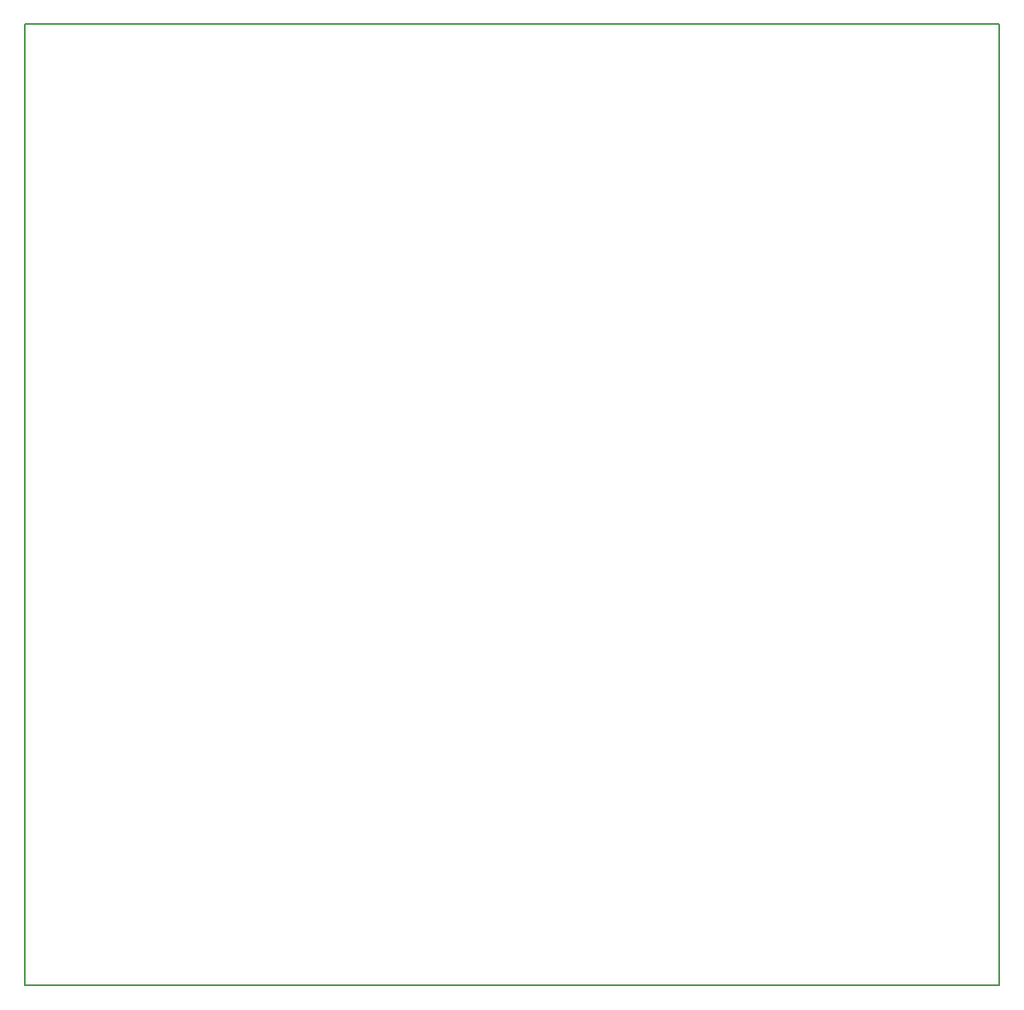
<source format=gbr>
%TF.GenerationSoftware,KiCad,Pcbnew,(6.0.7-1)-1*%
%TF.CreationDate,2023-10-30T19:47:36+10:00*%
%TF.ProjectId,Left Console Input,4c656674-2043-46f6-9e73-6f6c6520496e,rev?*%
%TF.SameCoordinates,Original*%
%TF.FileFunction,Profile,NP*%
%FSLAX46Y46*%
G04 Gerber Fmt 4.6, Leading zero omitted, Abs format (unit mm)*
G04 Created by KiCad (PCBNEW (6.0.7-1)-1) date 2023-10-30 19:47:36*
%MOMM*%
%LPD*%
G01*
G04 APERTURE LIST*
%TA.AperFunction,Profile*%
%ADD10C,0.150000*%
%TD*%
G04 APERTURE END LIST*
D10*
X115240000Y-36817500D02*
X214935000Y-36817500D01*
X214935000Y-36817500D02*
X214935000Y-135242500D01*
X214935000Y-135242500D02*
X115240000Y-135242500D01*
X115240000Y-135242500D02*
X115240000Y-36817500D01*
M02*

</source>
